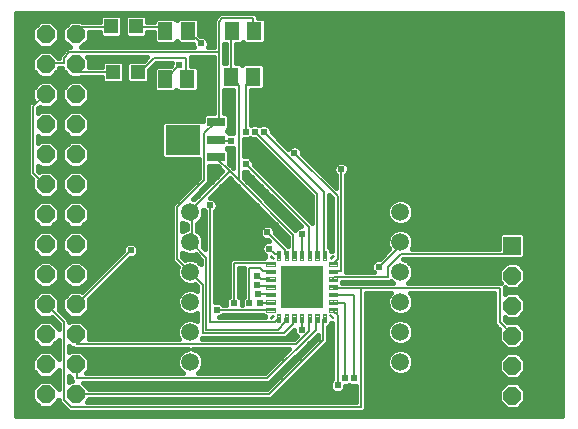
<source format=gtl>
G75*
G70*
%OFA0B0*%
%FSLAX24Y24*%
%IPPOS*%
%LPD*%
%AMOC8*
5,1,8,0,0,1.08239X$1,22.5*
%
%ADD10C,0.0039*%
%ADD11C,0.0017*%
%ADD12R,0.1398X0.1398*%
%ADD13C,0.0594*%
%ADD14R,0.0591X0.0315*%
%ADD15R,0.1181X0.0984*%
%ADD16R,0.0512X0.0591*%
%ADD17OC8,0.0600*%
%ADD18R,0.0472X0.0472*%
%ADD19R,0.0472X0.0591*%
%ADD20R,0.0600X0.0600*%
%ADD21C,0.0060*%
%ADD22C,0.0240*%
%ADD23C,0.0160*%
D10*
X008869Y003933D02*
X009145Y003933D01*
X008869Y003933D02*
X008869Y004051D01*
X009145Y004051D01*
X009145Y003933D01*
X009145Y003971D02*
X008869Y003971D01*
X008869Y004009D02*
X009145Y004009D01*
X009145Y004047D02*
X008869Y004047D01*
X008869Y004189D02*
X009145Y004189D01*
X008869Y004189D02*
X008869Y004307D01*
X009145Y004307D01*
X009145Y004189D01*
X009145Y004227D02*
X008869Y004227D01*
X008869Y004265D02*
X009145Y004265D01*
X009145Y004303D02*
X008869Y004303D01*
X008869Y004445D02*
X009145Y004445D01*
X008869Y004445D02*
X008869Y004563D01*
X009145Y004563D01*
X009145Y004445D01*
X009145Y004483D02*
X008869Y004483D01*
X008869Y004521D02*
X009145Y004521D01*
X009145Y004559D02*
X008869Y004559D01*
X008869Y004700D02*
X009145Y004700D01*
X008869Y004700D02*
X008869Y004818D01*
X009145Y004818D01*
X009145Y004700D01*
X009145Y004738D02*
X008869Y004738D01*
X008869Y004776D02*
X009145Y004776D01*
X009145Y004814D02*
X008869Y004814D01*
X008869Y004956D02*
X009145Y004956D01*
X008869Y004956D02*
X008869Y005074D01*
X009145Y005074D01*
X009145Y004956D01*
X009145Y004994D02*
X008869Y004994D01*
X008869Y005032D02*
X009145Y005032D01*
X009145Y005070D02*
X008869Y005070D01*
X008869Y005212D02*
X009145Y005212D01*
X008869Y005212D02*
X008869Y005330D01*
X009145Y005330D01*
X009145Y005212D01*
X009145Y005250D02*
X008869Y005250D01*
X008869Y005288D02*
X009145Y005288D01*
X009145Y005326D02*
X008869Y005326D01*
X008869Y005468D02*
X009145Y005468D01*
X008869Y005468D02*
X008869Y005586D01*
X009145Y005586D01*
X009145Y005468D01*
X009145Y005506D02*
X008869Y005506D01*
X008869Y005544D02*
X009145Y005544D01*
X009145Y005582D02*
X008869Y005582D01*
X009224Y005665D02*
X009224Y005941D01*
X009342Y005941D01*
X009342Y005665D01*
X009224Y005665D01*
X009224Y005703D02*
X009342Y005703D01*
X009342Y005741D02*
X009224Y005741D01*
X009224Y005779D02*
X009342Y005779D01*
X009342Y005817D02*
X009224Y005817D01*
X009224Y005855D02*
X009342Y005855D01*
X009342Y005893D02*
X009224Y005893D01*
X009224Y005931D02*
X009342Y005931D01*
X009480Y005941D02*
X009480Y005665D01*
X009480Y005941D02*
X009598Y005941D01*
X009598Y005665D01*
X009480Y005665D01*
X009480Y005703D02*
X009598Y005703D01*
X009598Y005741D02*
X009480Y005741D01*
X009480Y005779D02*
X009598Y005779D01*
X009598Y005817D02*
X009480Y005817D01*
X009480Y005855D02*
X009598Y005855D01*
X009598Y005893D02*
X009480Y005893D01*
X009480Y005931D02*
X009598Y005931D01*
X009736Y005941D02*
X009736Y005665D01*
X009736Y005941D02*
X009854Y005941D01*
X009854Y005665D01*
X009736Y005665D01*
X009736Y005703D02*
X009854Y005703D01*
X009854Y005741D02*
X009736Y005741D01*
X009736Y005779D02*
X009854Y005779D01*
X009854Y005817D02*
X009736Y005817D01*
X009736Y005855D02*
X009854Y005855D01*
X009854Y005893D02*
X009736Y005893D01*
X009736Y005931D02*
X009854Y005931D01*
X009992Y005941D02*
X009992Y005665D01*
X009992Y005941D02*
X010110Y005941D01*
X010110Y005665D01*
X009992Y005665D01*
X009992Y005703D02*
X010110Y005703D01*
X010110Y005741D02*
X009992Y005741D01*
X009992Y005779D02*
X010110Y005779D01*
X010110Y005817D02*
X009992Y005817D01*
X009992Y005855D02*
X010110Y005855D01*
X010110Y005893D02*
X009992Y005893D01*
X009992Y005931D02*
X010110Y005931D01*
X010248Y005941D02*
X010248Y005665D01*
X010248Y005941D02*
X010366Y005941D01*
X010366Y005665D01*
X010248Y005665D01*
X010248Y005703D02*
X010366Y005703D01*
X010366Y005741D02*
X010248Y005741D01*
X010248Y005779D02*
X010366Y005779D01*
X010366Y005817D02*
X010248Y005817D01*
X010248Y005855D02*
X010366Y005855D01*
X010366Y005893D02*
X010248Y005893D01*
X010248Y005931D02*
X010366Y005931D01*
X010503Y005941D02*
X010503Y005665D01*
X010503Y005941D02*
X010621Y005941D01*
X010621Y005665D01*
X010503Y005665D01*
X010503Y005703D02*
X010621Y005703D01*
X010621Y005741D02*
X010503Y005741D01*
X010503Y005779D02*
X010621Y005779D01*
X010621Y005817D02*
X010503Y005817D01*
X010503Y005855D02*
X010621Y005855D01*
X010621Y005893D02*
X010503Y005893D01*
X010503Y005931D02*
X010621Y005931D01*
X010759Y005941D02*
X010759Y005665D01*
X010759Y005941D02*
X010877Y005941D01*
X010877Y005665D01*
X010759Y005665D01*
X010759Y005703D02*
X010877Y005703D01*
X010877Y005741D02*
X010759Y005741D01*
X010759Y005779D02*
X010877Y005779D01*
X010877Y005817D02*
X010759Y005817D01*
X010759Y005855D02*
X010877Y005855D01*
X010877Y005893D02*
X010759Y005893D01*
X010759Y005931D02*
X010877Y005931D01*
X010956Y005586D02*
X011232Y005586D01*
X011232Y005468D01*
X010956Y005468D01*
X010956Y005586D01*
X010956Y005506D02*
X011232Y005506D01*
X011232Y005544D02*
X010956Y005544D01*
X010956Y005582D02*
X011232Y005582D01*
X011232Y005330D02*
X010956Y005330D01*
X011232Y005330D02*
X011232Y005212D01*
X010956Y005212D01*
X010956Y005330D01*
X010956Y005250D02*
X011232Y005250D01*
X011232Y005288D02*
X010956Y005288D01*
X010956Y005326D02*
X011232Y005326D01*
X011232Y005074D02*
X010956Y005074D01*
X011232Y005074D02*
X011232Y004956D01*
X010956Y004956D01*
X010956Y005074D01*
X010956Y004994D02*
X011232Y004994D01*
X011232Y005032D02*
X010956Y005032D01*
X010956Y005070D02*
X011232Y005070D01*
X011232Y004818D02*
X010956Y004818D01*
X011232Y004818D02*
X011232Y004700D01*
X010956Y004700D01*
X010956Y004818D01*
X010956Y004738D02*
X011232Y004738D01*
X011232Y004776D02*
X010956Y004776D01*
X010956Y004814D02*
X011232Y004814D01*
X011232Y004563D02*
X010956Y004563D01*
X011232Y004563D02*
X011232Y004445D01*
X010956Y004445D01*
X010956Y004563D01*
X010956Y004483D02*
X011232Y004483D01*
X011232Y004521D02*
X010956Y004521D01*
X010956Y004559D02*
X011232Y004559D01*
X011232Y004307D02*
X010956Y004307D01*
X011232Y004307D02*
X011232Y004189D01*
X010956Y004189D01*
X010956Y004307D01*
X010956Y004227D02*
X011232Y004227D01*
X011232Y004265D02*
X010956Y004265D01*
X010956Y004303D02*
X011232Y004303D01*
X011232Y004051D02*
X010956Y004051D01*
X011232Y004051D02*
X011232Y003933D01*
X010956Y003933D01*
X010956Y004051D01*
X010956Y003971D02*
X011232Y003971D01*
X011232Y004009D02*
X010956Y004009D01*
X010956Y004047D02*
X011232Y004047D01*
X010877Y003854D02*
X010877Y003578D01*
X010759Y003578D01*
X010759Y003854D01*
X010877Y003854D01*
X010877Y003616D02*
X010759Y003616D01*
X010759Y003654D02*
X010877Y003654D01*
X010877Y003692D02*
X010759Y003692D01*
X010759Y003730D02*
X010877Y003730D01*
X010877Y003768D02*
X010759Y003768D01*
X010759Y003806D02*
X010877Y003806D01*
X010877Y003844D02*
X010759Y003844D01*
X010621Y003854D02*
X010621Y003578D01*
X010503Y003578D01*
X010503Y003854D01*
X010621Y003854D01*
X010621Y003616D02*
X010503Y003616D01*
X010503Y003654D02*
X010621Y003654D01*
X010621Y003692D02*
X010503Y003692D01*
X010503Y003730D02*
X010621Y003730D01*
X010621Y003768D02*
X010503Y003768D01*
X010503Y003806D02*
X010621Y003806D01*
X010621Y003844D02*
X010503Y003844D01*
X010366Y003854D02*
X010366Y003578D01*
X010248Y003578D01*
X010248Y003854D01*
X010366Y003854D01*
X010366Y003616D02*
X010248Y003616D01*
X010248Y003654D02*
X010366Y003654D01*
X010366Y003692D02*
X010248Y003692D01*
X010248Y003730D02*
X010366Y003730D01*
X010366Y003768D02*
X010248Y003768D01*
X010248Y003806D02*
X010366Y003806D01*
X010366Y003844D02*
X010248Y003844D01*
X010110Y003854D02*
X010110Y003578D01*
X009992Y003578D01*
X009992Y003854D01*
X010110Y003854D01*
X010110Y003616D02*
X009992Y003616D01*
X009992Y003654D02*
X010110Y003654D01*
X010110Y003692D02*
X009992Y003692D01*
X009992Y003730D02*
X010110Y003730D01*
X010110Y003768D02*
X009992Y003768D01*
X009992Y003806D02*
X010110Y003806D01*
X010110Y003844D02*
X009992Y003844D01*
X009854Y003854D02*
X009854Y003578D01*
X009736Y003578D01*
X009736Y003854D01*
X009854Y003854D01*
X009854Y003616D02*
X009736Y003616D01*
X009736Y003654D02*
X009854Y003654D01*
X009854Y003692D02*
X009736Y003692D01*
X009736Y003730D02*
X009854Y003730D01*
X009854Y003768D02*
X009736Y003768D01*
X009736Y003806D02*
X009854Y003806D01*
X009854Y003844D02*
X009736Y003844D01*
X009598Y003854D02*
X009598Y003578D01*
X009480Y003578D01*
X009480Y003854D01*
X009598Y003854D01*
X009598Y003616D02*
X009480Y003616D01*
X009480Y003654D02*
X009598Y003654D01*
X009598Y003692D02*
X009480Y003692D01*
X009480Y003730D02*
X009598Y003730D01*
X009598Y003768D02*
X009480Y003768D01*
X009480Y003806D02*
X009598Y003806D01*
X009598Y003844D02*
X009480Y003844D01*
X009342Y003854D02*
X009342Y003578D01*
X009224Y003578D01*
X009224Y003854D01*
X009342Y003854D01*
X009342Y003616D02*
X009224Y003616D01*
X009224Y003654D02*
X009342Y003654D01*
X009342Y003692D02*
X009224Y003692D01*
X009224Y003730D02*
X009342Y003730D01*
X009342Y003768D02*
X009224Y003768D01*
X009224Y003806D02*
X009342Y003806D01*
X009342Y003844D02*
X009224Y003844D01*
D11*
X009124Y003796D02*
X009088Y003832D01*
X009124Y003796D02*
X009026Y003698D01*
X008990Y003734D01*
X009088Y003832D01*
X009042Y003714D02*
X009010Y003714D01*
X008994Y003730D02*
X009058Y003730D01*
X009074Y003746D02*
X009002Y003746D01*
X009018Y003762D02*
X009090Y003762D01*
X009106Y003778D02*
X009034Y003778D01*
X009050Y003794D02*
X009122Y003794D01*
X009110Y003810D02*
X009066Y003810D01*
X009082Y003826D02*
X009094Y003826D01*
X010968Y003806D02*
X011004Y003842D01*
X011102Y003744D01*
X011066Y003708D01*
X010968Y003806D01*
X011050Y003724D02*
X011082Y003724D01*
X011098Y003740D02*
X011034Y003740D01*
X011018Y003756D02*
X011090Y003756D01*
X011074Y003772D02*
X011002Y003772D01*
X010986Y003788D02*
X011058Y003788D01*
X011042Y003804D02*
X010970Y003804D01*
X010982Y003820D02*
X011026Y003820D01*
X011010Y003836D02*
X010998Y003836D01*
X011014Y005687D02*
X010978Y005723D01*
X011076Y005821D01*
X011112Y005785D01*
X011014Y005687D01*
X011030Y005703D02*
X010998Y005703D01*
X010982Y005719D02*
X011046Y005719D01*
X011062Y005735D02*
X010990Y005735D01*
X011006Y005751D02*
X011078Y005751D01*
X011094Y005767D02*
X011022Y005767D01*
X011038Y005783D02*
X011110Y005783D01*
X011098Y005799D02*
X011054Y005799D01*
X011070Y005815D02*
X011082Y005815D01*
X009124Y005723D02*
X009088Y005687D01*
X008990Y005785D01*
X009026Y005821D01*
X009124Y005723D01*
X009104Y005703D02*
X009072Y005703D01*
X009056Y005719D02*
X009120Y005719D01*
X009112Y005735D02*
X009040Y005735D01*
X009024Y005751D02*
X009096Y005751D01*
X009080Y005767D02*
X009008Y005767D01*
X008992Y005783D02*
X009064Y005783D01*
X009048Y005799D02*
X009004Y005799D01*
X009020Y005815D02*
X009032Y005815D01*
D12*
X010051Y004759D03*
D13*
X013341Y005250D03*
X013341Y004250D03*
X013341Y003250D03*
X013341Y002250D03*
X013341Y006250D03*
X013341Y007250D03*
X006341Y007250D03*
X006341Y006250D03*
X006341Y005250D03*
X006341Y004250D03*
X006341Y003250D03*
X006341Y002250D03*
D14*
X007197Y009072D03*
X007197Y009663D03*
X007197Y010253D03*
D15*
X006094Y009663D03*
D16*
X007691Y011768D03*
X008439Y011768D03*
X008468Y013290D03*
X007720Y013290D03*
D17*
X002517Y013174D03*
X001517Y013174D03*
X001517Y012174D03*
X002517Y012174D03*
X002517Y011174D03*
X001517Y011174D03*
X001517Y010174D03*
X002517Y010174D03*
X002517Y009174D03*
X002517Y008174D03*
X001517Y008174D03*
X001517Y009174D03*
X001517Y007174D03*
X002517Y007174D03*
X002517Y006174D03*
X001517Y006174D03*
X001517Y005174D03*
X002517Y005174D03*
X002517Y004174D03*
X001517Y004174D03*
X001517Y003174D03*
X002517Y003174D03*
X002517Y002174D03*
X001517Y002174D03*
X001517Y001174D03*
X002517Y001174D03*
X017066Y001134D03*
X017066Y002134D03*
X017066Y003134D03*
X017066Y004134D03*
X017066Y005134D03*
D18*
X004586Y011914D03*
X003760Y011914D03*
X003700Y013444D03*
X004526Y013444D03*
D19*
X005508Y013294D03*
X006258Y013294D03*
X006243Y011678D03*
X005493Y011678D03*
D20*
X017066Y006134D03*
D21*
X017066Y005854D01*
X013346Y005854D01*
X012926Y005434D01*
X012926Y005074D01*
X011126Y005074D01*
X011094Y005015D01*
X011094Y004759D02*
X011126Y004714D01*
X012026Y004714D01*
X012026Y000754D01*
X002366Y000754D01*
X002126Y000994D01*
X002126Y003574D01*
X001526Y004174D01*
X001517Y004174D01*
X002517Y004174D02*
X002546Y004174D01*
X004346Y005974D01*
X005906Y005674D02*
X006326Y005254D01*
X006341Y005250D01*
X006386Y005194D01*
X006746Y004834D01*
X006746Y003214D01*
X009446Y003214D01*
X009746Y003514D01*
X009746Y003694D01*
X009795Y003716D01*
X010046Y003694D02*
X010051Y003716D01*
X010046Y003694D02*
X010046Y003334D01*
X010286Y003274D02*
X009866Y002854D01*
X002546Y002854D01*
X002546Y003154D01*
X002517Y003174D01*
X002517Y002174D02*
X002546Y002134D01*
X002546Y001714D01*
X008906Y001714D01*
X010526Y003334D01*
X010526Y003694D01*
X010562Y003716D01*
X010766Y003694D02*
X010818Y003716D01*
X010766Y003694D02*
X010766Y002974D01*
X008966Y001174D01*
X002517Y001174D01*
X006866Y003334D02*
X006866Y005734D01*
X006386Y006214D01*
X006341Y006250D01*
X006386Y006274D01*
X006386Y007234D01*
X006341Y007250D01*
X006386Y007294D01*
X006386Y007354D01*
X007646Y008614D01*
X007946Y008314D01*
X007946Y011494D01*
X007706Y011734D01*
X007691Y011768D01*
X007706Y011794D01*
X007706Y013234D01*
X007720Y013290D01*
X007406Y013714D02*
X007286Y013594D01*
X007286Y012574D01*
X002306Y012574D01*
X002126Y012394D01*
X002126Y012214D01*
X001526Y012214D01*
X001517Y012174D01*
X002517Y012174D02*
X002546Y012154D01*
X002546Y011914D01*
X003760Y011914D01*
X004586Y011914D02*
X004646Y011914D01*
X005126Y012394D01*
X006206Y012394D01*
X006206Y011734D01*
X006243Y011678D01*
X005966Y012154D02*
X005546Y011734D01*
X005493Y011678D01*
X006686Y012874D02*
X006266Y013294D01*
X006258Y013294D01*
X005508Y013294D02*
X005486Y013294D01*
X005486Y013414D01*
X004586Y013414D01*
X004526Y013444D01*
X003700Y013444D02*
X003686Y013414D01*
X002546Y013414D01*
X002546Y013174D01*
X002517Y013174D01*
X001517Y011174D02*
X001466Y011134D01*
X001106Y010774D01*
X001106Y008554D01*
X001466Y008194D01*
X001517Y008174D01*
X005906Y007414D02*
X005906Y005674D01*
X007796Y005554D02*
X007796Y004234D01*
X008306Y004234D02*
X008306Y005374D01*
X008666Y005374D01*
X008756Y005284D01*
X008996Y005284D01*
X009007Y005271D01*
X009007Y005015D02*
X008996Y005014D01*
X008696Y005014D01*
X008576Y005134D01*
X008576Y004834D02*
X008576Y004774D01*
X008966Y004774D01*
X009007Y004759D01*
X008966Y004534D02*
X009007Y004504D01*
X008966Y004534D02*
X008606Y004534D01*
X008666Y004234D02*
X008966Y004234D01*
X009007Y004248D01*
X009007Y003992D02*
X008966Y003994D01*
X007226Y003994D01*
X006986Y003574D02*
X006986Y007474D01*
X006806Y008314D02*
X005906Y007414D01*
X006806Y008314D02*
X006806Y009874D01*
X007166Y010234D01*
X007197Y010253D01*
X007226Y010294D01*
X007286Y010354D01*
X007286Y012574D01*
X008426Y013294D02*
X008468Y013290D01*
X008426Y013294D02*
X008426Y013714D01*
X007406Y013714D01*
X008439Y011768D02*
X008426Y011734D01*
X008186Y011494D01*
X008186Y009934D01*
X008486Y009934D02*
X010556Y007864D01*
X010556Y005854D01*
X010562Y005803D01*
X010796Y005854D02*
X010818Y005803D01*
X010796Y005854D02*
X010796Y007924D01*
X008786Y009934D01*
X007706Y009634D02*
X007226Y009634D01*
X007197Y009663D01*
X007197Y009072D02*
X007226Y009034D01*
X007646Y008614D01*
X007946Y008314D02*
X009776Y006484D01*
X009776Y005854D01*
X009795Y005803D01*
X010046Y005854D02*
X010051Y005803D01*
X010046Y005854D02*
X010046Y006514D01*
X010286Y006754D02*
X008186Y008854D01*
X009806Y009214D02*
X011246Y007774D01*
X011246Y005674D01*
X011126Y005554D01*
X011094Y005527D01*
X011126Y005284D02*
X011094Y005271D01*
X011126Y005284D02*
X011366Y005284D01*
X011366Y008674D01*
X010286Y006754D02*
X010286Y005854D01*
X010307Y005803D01*
X009539Y005803D02*
X009506Y005854D01*
X009506Y005974D01*
X008906Y006574D01*
X008966Y006034D02*
X009146Y005854D01*
X009266Y005854D01*
X009283Y005803D01*
X009007Y005527D02*
X008966Y005554D01*
X007796Y005554D01*
X009283Y003716D02*
X009266Y003694D01*
X009146Y003574D01*
X006986Y003574D01*
X006866Y003334D02*
X009266Y003334D01*
X009506Y003574D01*
X009506Y003694D01*
X009539Y003716D01*
X010286Y003694D02*
X010286Y003274D01*
X010286Y003694D02*
X010307Y003716D01*
X011094Y003992D02*
X011126Y003934D01*
X011246Y003814D01*
X011246Y001474D01*
X011486Y001714D02*
X011486Y004234D01*
X011126Y004234D01*
X011094Y004248D01*
X011126Y004474D02*
X011094Y004504D01*
X011126Y004474D02*
X011786Y004474D01*
X011786Y001714D01*
X012026Y004714D02*
X016646Y004714D01*
X016646Y003574D01*
X017066Y003154D01*
X017066Y003134D01*
X013286Y006094D02*
X013286Y006214D01*
X013341Y006250D01*
X013286Y006094D02*
X012626Y005434D01*
D22*
X012626Y005434D03*
X010046Y006514D03*
X008906Y006574D03*
X008966Y006034D03*
X008576Y005134D03*
X008576Y004834D03*
X008606Y004534D03*
X008666Y004234D03*
X008306Y004234D03*
X007796Y004234D03*
X007226Y003994D03*
X010046Y003334D03*
X011486Y001714D03*
X011246Y001474D03*
X011786Y001714D03*
X004346Y005974D03*
X006986Y007474D03*
X008186Y008854D03*
X007706Y009634D03*
X008186Y009934D03*
X008486Y009934D03*
X008786Y009934D03*
X009806Y009214D03*
X011366Y008674D03*
X005966Y012154D03*
X006686Y012874D03*
D23*
X000533Y013896D02*
X000533Y000440D01*
X018714Y000440D01*
X018714Y013896D01*
X000533Y013896D01*
X000533Y013811D02*
X003396Y013811D01*
X003405Y013821D02*
X003323Y013739D01*
X003323Y013584D01*
X002729Y013584D01*
X002699Y013614D01*
X002334Y013614D01*
X002077Y013357D01*
X002077Y012992D01*
X002324Y012744D01*
X002235Y012744D01*
X002136Y012645D01*
X002055Y012564D01*
X001956Y012465D01*
X001956Y012384D01*
X001929Y012384D01*
X001699Y012614D01*
X001334Y012614D01*
X001077Y012357D01*
X001077Y011992D01*
X001334Y011734D01*
X001699Y011734D01*
X001957Y011992D01*
X001957Y012044D01*
X002077Y012044D01*
X002077Y011992D01*
X002334Y011734D01*
X002699Y011734D01*
X002709Y011744D01*
X003383Y011744D01*
X003383Y011620D01*
X003465Y011538D01*
X004054Y011538D01*
X004136Y011620D01*
X004136Y012209D01*
X004054Y012291D01*
X003465Y012291D01*
X003383Y012209D01*
X003383Y012084D01*
X002957Y012084D01*
X002957Y012357D01*
X002909Y012404D01*
X004895Y012404D01*
X004781Y012291D01*
X004292Y012291D01*
X004210Y012209D01*
X004210Y011620D01*
X004292Y011538D01*
X004881Y011538D01*
X004963Y011620D01*
X004963Y011991D01*
X005196Y012224D01*
X005713Y012224D01*
X005706Y012206D01*
X005706Y012135D01*
X005684Y012113D01*
X005199Y012113D01*
X005117Y012031D01*
X005117Y011325D01*
X005199Y011243D01*
X005787Y011243D01*
X005868Y011324D01*
X005949Y011243D01*
X006537Y011243D01*
X006619Y011325D01*
X006619Y012031D01*
X006537Y012113D01*
X006376Y012113D01*
X006376Y012404D01*
X007116Y012404D01*
X007116Y010551D01*
X006843Y010551D01*
X006761Y010469D01*
X006761Y010276D01*
X006743Y010295D01*
X005446Y010295D01*
X005364Y010213D01*
X005364Y009112D01*
X005446Y009030D01*
X006636Y009030D01*
X006636Y008385D01*
X005835Y007584D01*
X005736Y007485D01*
X005736Y005604D01*
X005933Y005407D01*
X005904Y005337D01*
X005904Y005163D01*
X005970Y005003D01*
X006093Y004880D01*
X006254Y004813D01*
X006427Y004813D01*
X006497Y004842D01*
X006576Y004764D01*
X006576Y004626D01*
X006427Y004687D01*
X006254Y004687D01*
X006093Y004620D01*
X005970Y004497D01*
X005904Y004337D01*
X005904Y004163D01*
X005970Y004003D01*
X006093Y003880D01*
X006254Y003813D01*
X006427Y003813D01*
X006576Y003874D01*
X006576Y003626D01*
X006427Y003687D01*
X006254Y003687D01*
X006093Y003620D01*
X005970Y003497D01*
X005904Y003337D01*
X005904Y003163D01*
X005961Y003024D01*
X002957Y003024D01*
X002957Y003357D01*
X002699Y003614D01*
X002334Y003614D01*
X002296Y003576D01*
X002296Y003645D01*
X002196Y003744D01*
X001952Y003988D01*
X001957Y003992D01*
X001957Y004357D01*
X001699Y004614D01*
X001334Y004614D01*
X001077Y004357D01*
X001077Y003992D01*
X001334Y003734D01*
X001699Y003734D01*
X001712Y003748D01*
X001956Y003504D01*
X001956Y003358D01*
X001699Y003614D01*
X001334Y003614D01*
X001077Y003357D01*
X001077Y002992D01*
X001334Y002734D01*
X001699Y002734D01*
X001956Y002991D01*
X001956Y002358D01*
X001699Y002614D01*
X001334Y002614D01*
X001077Y002357D01*
X001077Y001992D01*
X001334Y001734D01*
X001699Y001734D01*
X001956Y001991D01*
X001956Y001358D01*
X001699Y001614D01*
X001334Y001614D01*
X001077Y001357D01*
X001077Y000992D01*
X001334Y000734D01*
X001699Y000734D01*
X001956Y000991D01*
X001956Y000924D01*
X002196Y000684D01*
X002295Y000584D01*
X012096Y000584D01*
X012196Y000684D01*
X012196Y004544D01*
X013017Y004544D01*
X012970Y004497D01*
X012904Y004337D01*
X012904Y004163D01*
X012970Y004003D01*
X013093Y003880D01*
X013254Y003813D01*
X013427Y003813D01*
X013588Y003880D01*
X013711Y004003D01*
X013777Y004163D01*
X013777Y004337D01*
X013711Y004497D01*
X013664Y004544D01*
X016476Y004544D01*
X016476Y003504D01*
X016644Y003335D01*
X016626Y003317D01*
X016626Y002952D01*
X016883Y002694D01*
X017248Y002694D01*
X017506Y002952D01*
X017506Y003317D01*
X017248Y003574D01*
X016886Y003574D01*
X016816Y003645D01*
X016816Y003762D01*
X016883Y003694D01*
X017248Y003694D01*
X017506Y003952D01*
X017506Y004317D01*
X017248Y004574D01*
X016883Y004574D01*
X016816Y004507D01*
X016816Y004762D01*
X016883Y004694D01*
X017248Y004694D01*
X017506Y004952D01*
X017506Y005317D01*
X017248Y005574D01*
X016883Y005574D01*
X016626Y005317D01*
X016626Y004952D01*
X016693Y004884D01*
X013593Y004884D01*
X013711Y005003D01*
X013777Y005163D01*
X013777Y005337D01*
X013711Y005497D01*
X013588Y005620D01*
X013433Y005684D01*
X017136Y005684D01*
X017146Y005694D01*
X017424Y005694D01*
X017506Y005776D01*
X017506Y006492D01*
X017424Y006574D01*
X016708Y006574D01*
X016626Y006492D01*
X016626Y006024D01*
X013720Y006024D01*
X013777Y006163D01*
X013777Y006337D01*
X013711Y006497D01*
X013588Y006620D01*
X013427Y006687D01*
X013254Y006687D01*
X013093Y006620D01*
X012970Y006497D01*
X012904Y006337D01*
X012904Y006163D01*
X012965Y006015D01*
X012645Y005694D01*
X012574Y005694D01*
X012478Y005655D01*
X012405Y005582D01*
X012366Y005486D01*
X012366Y005383D01*
X012405Y005287D01*
X012448Y005244D01*
X011536Y005244D01*
X011536Y008477D01*
X011586Y008527D01*
X011626Y008623D01*
X011626Y008726D01*
X011586Y008822D01*
X011513Y008895D01*
X011417Y008934D01*
X011314Y008934D01*
X011218Y008895D01*
X011145Y008822D01*
X011106Y008726D01*
X011106Y008623D01*
X011145Y008527D01*
X011196Y008477D01*
X011196Y008065D01*
X010066Y009195D01*
X010066Y009266D01*
X010026Y009362D01*
X009953Y009435D01*
X009857Y009474D01*
X009754Y009474D01*
X009658Y009435D01*
X009592Y009369D01*
X009046Y009915D01*
X009046Y009986D01*
X009006Y010082D01*
X008933Y010155D01*
X008837Y010194D01*
X008734Y010194D01*
X008638Y010155D01*
X008636Y010152D01*
X008633Y010155D01*
X008537Y010194D01*
X008434Y010194D01*
X008356Y010162D01*
X008356Y011333D01*
X008753Y011333D01*
X008835Y011415D01*
X008835Y012121D01*
X008753Y012203D01*
X008125Y012203D01*
X008065Y012143D01*
X008005Y012203D01*
X007876Y012203D01*
X007876Y012855D01*
X008034Y012855D01*
X008094Y012915D01*
X008154Y012855D01*
X008782Y012855D01*
X008864Y012937D01*
X008864Y013644D01*
X008782Y013726D01*
X008596Y013726D01*
X008596Y013785D01*
X008496Y013884D01*
X007335Y013884D01*
X007236Y013785D01*
X007116Y013665D01*
X007116Y012744D01*
X006913Y012744D01*
X006946Y012823D01*
X006946Y012926D01*
X006906Y013022D01*
X006833Y013095D01*
X006737Y013134D01*
X006666Y013134D01*
X006634Y013166D01*
X006634Y013648D01*
X006552Y013730D01*
X005964Y013730D01*
X005883Y013649D01*
X005802Y013730D01*
X005214Y013730D01*
X005132Y013648D01*
X005132Y013584D01*
X004903Y013584D01*
X004903Y013739D01*
X004821Y013821D01*
X004232Y013821D01*
X004150Y013739D01*
X004150Y013150D01*
X004232Y013068D01*
X004821Y013068D01*
X004903Y013150D01*
X004903Y013244D01*
X005132Y013244D01*
X005132Y012941D01*
X005214Y012859D01*
X005802Y012859D01*
X005883Y012940D01*
X005964Y012859D01*
X006426Y012859D01*
X006426Y012823D01*
X006458Y012744D01*
X002709Y012744D01*
X002957Y012992D01*
X002957Y013244D01*
X003323Y013244D01*
X003323Y013150D01*
X003405Y013068D01*
X003994Y013068D01*
X004076Y013150D01*
X004076Y013739D01*
X003994Y013821D01*
X003405Y013821D01*
X003323Y013653D02*
X000533Y013653D01*
X000533Y013494D02*
X001214Y013494D01*
X001334Y013614D02*
X001077Y013357D01*
X001077Y012992D01*
X001334Y012734D01*
X001699Y012734D01*
X001957Y012992D01*
X001957Y013357D01*
X001699Y013614D01*
X001334Y013614D01*
X001077Y013336D02*
X000533Y013336D01*
X000533Y013177D02*
X001077Y013177D01*
X001077Y013019D02*
X000533Y013019D01*
X000533Y012860D02*
X001209Y012860D01*
X001263Y012543D02*
X000533Y012543D01*
X000533Y012385D02*
X001104Y012385D01*
X001077Y012226D02*
X000533Y012226D01*
X000533Y012068D02*
X001077Y012068D01*
X001160Y011909D02*
X000533Y011909D01*
X000533Y011751D02*
X001318Y011751D01*
X001334Y011614D02*
X001077Y011357D01*
X001077Y010992D01*
X001080Y010989D01*
X000936Y010845D01*
X000936Y008484D01*
X001035Y008384D01*
X001077Y008343D01*
X001077Y007992D01*
X001334Y007734D01*
X001699Y007734D01*
X001957Y007992D01*
X001957Y008357D01*
X001699Y008614D01*
X001334Y008614D01*
X001310Y008590D01*
X001276Y008625D01*
X001276Y008793D01*
X001334Y008734D01*
X001699Y008734D01*
X001957Y008992D01*
X001957Y009357D01*
X001699Y009614D01*
X001334Y009614D01*
X001276Y009556D01*
X001276Y009793D01*
X001334Y009734D01*
X001699Y009734D01*
X001957Y009992D01*
X001957Y010357D01*
X001699Y010614D01*
X001334Y010614D01*
X001276Y010556D01*
X001276Y010704D01*
X001320Y010749D01*
X001334Y010734D01*
X001699Y010734D01*
X001957Y010992D01*
X001957Y011357D01*
X001699Y011614D01*
X001334Y011614D01*
X001312Y011592D02*
X000533Y011592D01*
X000533Y011434D02*
X001153Y011434D01*
X001077Y011275D02*
X000533Y011275D01*
X000533Y011117D02*
X001077Y011117D01*
X001049Y010958D02*
X000533Y010958D01*
X000533Y010800D02*
X000936Y010800D01*
X000936Y010641D02*
X000533Y010641D01*
X000533Y010483D02*
X000936Y010483D01*
X000936Y010324D02*
X000533Y010324D01*
X000533Y010166D02*
X000936Y010166D01*
X000936Y010007D02*
X000533Y010007D01*
X000533Y009849D02*
X000936Y009849D01*
X000936Y009690D02*
X000533Y009690D01*
X000533Y009532D02*
X000936Y009532D01*
X000936Y009373D02*
X000533Y009373D01*
X000533Y009215D02*
X000936Y009215D01*
X000936Y009056D02*
X000533Y009056D01*
X000533Y008898D02*
X000936Y008898D01*
X000936Y008739D02*
X000533Y008739D01*
X000533Y008581D02*
X000936Y008581D01*
X000998Y008422D02*
X000533Y008422D01*
X000533Y008264D02*
X001077Y008264D01*
X001077Y008105D02*
X000533Y008105D01*
X000533Y007947D02*
X001122Y007947D01*
X001281Y007788D02*
X000533Y007788D01*
X000533Y007630D02*
X005880Y007630D01*
X005736Y007471D02*
X002842Y007471D01*
X002957Y007357D02*
X002699Y007614D01*
X002334Y007614D01*
X002077Y007357D01*
X002077Y006992D01*
X002334Y006734D01*
X002699Y006734D01*
X002957Y006992D01*
X002957Y007357D01*
X002957Y007313D02*
X005736Y007313D01*
X005736Y007154D02*
X002957Y007154D01*
X002957Y006996D02*
X005736Y006996D01*
X005736Y006837D02*
X002801Y006837D01*
X002699Y006614D02*
X002334Y006614D01*
X002077Y006357D01*
X002077Y005992D01*
X002334Y005734D01*
X002699Y005734D01*
X002957Y005992D01*
X002957Y006357D01*
X002699Y006614D01*
X002793Y006520D02*
X005736Y006520D01*
X005736Y006362D02*
X002952Y006362D01*
X002957Y006203D02*
X004218Y006203D01*
X004198Y006195D02*
X004294Y006234D01*
X004397Y006234D01*
X004493Y006195D01*
X004566Y006122D01*
X004606Y006026D01*
X004606Y005923D01*
X004566Y005827D01*
X004493Y005754D01*
X004397Y005714D01*
X004326Y005714D01*
X002957Y004345D01*
X002957Y003992D01*
X002699Y003734D01*
X002334Y003734D01*
X002077Y003992D01*
X002077Y004357D01*
X002334Y004614D01*
X002699Y004614D01*
X002722Y004591D01*
X004086Y005955D01*
X004086Y006026D01*
X004125Y006122D01*
X004198Y006195D01*
X004093Y006045D02*
X002957Y006045D01*
X002850Y005886D02*
X004017Y005886D01*
X003858Y005728D02*
X000533Y005728D01*
X000533Y005569D02*
X001289Y005569D01*
X001334Y005614D02*
X001077Y005357D01*
X001077Y004992D01*
X001334Y004734D01*
X001699Y004734D01*
X001957Y004992D01*
X001957Y005357D01*
X001699Y005614D01*
X001334Y005614D01*
X001334Y005734D02*
X001699Y005734D01*
X001957Y005992D01*
X001957Y006357D01*
X001699Y006614D01*
X001334Y006614D01*
X001077Y006357D01*
X001077Y005992D01*
X001334Y005734D01*
X001183Y005886D02*
X000533Y005886D01*
X000533Y006045D02*
X001077Y006045D01*
X001077Y006203D02*
X000533Y006203D01*
X000533Y006362D02*
X001081Y006362D01*
X001240Y006520D02*
X000533Y006520D01*
X000533Y006679D02*
X005736Y006679D01*
X006076Y006679D02*
X006216Y006679D01*
X006216Y006671D02*
X006093Y006620D01*
X006076Y006603D01*
X006076Y006897D01*
X006093Y006880D01*
X006216Y006829D01*
X006216Y006671D01*
X006196Y006837D02*
X006076Y006837D01*
X006556Y006837D02*
X006816Y006837D01*
X006816Y006679D02*
X006556Y006679D01*
X006556Y006634D02*
X006556Y006866D01*
X006588Y006880D01*
X006711Y007003D01*
X006777Y007163D01*
X006777Y007315D01*
X006816Y007277D01*
X006816Y006025D01*
X006748Y006092D01*
X006777Y006163D01*
X006777Y006337D01*
X006711Y006497D01*
X006588Y006620D01*
X006556Y006634D01*
X006688Y006520D02*
X006816Y006520D01*
X006816Y006362D02*
X006767Y006362D01*
X006777Y006203D02*
X006816Y006203D01*
X006816Y006045D02*
X006796Y006045D01*
X006512Y005848D02*
X006696Y005664D01*
X006696Y005513D01*
X006588Y005620D01*
X006427Y005687D01*
X006254Y005687D01*
X006169Y005652D01*
X006076Y005745D01*
X006076Y005897D01*
X006093Y005880D01*
X006254Y005813D01*
X006427Y005813D01*
X006512Y005848D01*
X006632Y005728D02*
X006093Y005728D01*
X005771Y005569D02*
X004180Y005569D01*
X004022Y005411D02*
X005929Y005411D01*
X005904Y005252D02*
X003863Y005252D01*
X003705Y005094D02*
X005933Y005094D01*
X006038Y004935D02*
X003546Y004935D01*
X003388Y004777D02*
X006563Y004777D01*
X006091Y004618D02*
X003229Y004618D01*
X003071Y004460D02*
X005955Y004460D01*
X005904Y004301D02*
X002957Y004301D01*
X002957Y004143D02*
X005912Y004143D01*
X005989Y003984D02*
X002948Y003984D01*
X002790Y003826D02*
X006224Y003826D01*
X006206Y003667D02*
X002273Y003667D01*
X002243Y003826D02*
X002115Y003826D01*
X002085Y003984D02*
X001956Y003984D01*
X001957Y004143D02*
X002077Y004143D01*
X002077Y004301D02*
X001957Y004301D01*
X001854Y004460D02*
X002179Y004460D01*
X002334Y004734D02*
X002699Y004734D01*
X002957Y004992D01*
X002957Y005357D01*
X002699Y005614D01*
X002334Y005614D01*
X002077Y005357D01*
X002077Y004992D01*
X002334Y004734D01*
X002292Y004777D02*
X001741Y004777D01*
X001899Y004935D02*
X002134Y004935D01*
X002077Y005094D02*
X001957Y005094D01*
X001957Y005252D02*
X002077Y005252D01*
X002130Y005411D02*
X001903Y005411D01*
X001744Y005569D02*
X002289Y005569D01*
X002183Y005886D02*
X001850Y005886D01*
X001957Y006045D02*
X002077Y006045D01*
X002077Y006203D02*
X001957Y006203D01*
X001952Y006362D02*
X002081Y006362D01*
X002240Y006520D02*
X001793Y006520D01*
X001699Y006734D02*
X001957Y006992D01*
X001957Y007357D01*
X001699Y007614D01*
X001334Y007614D01*
X001077Y007357D01*
X001077Y006992D01*
X001334Y006734D01*
X001699Y006734D01*
X001801Y006837D02*
X002232Y006837D01*
X002077Y006996D02*
X001957Y006996D01*
X001957Y007154D02*
X002077Y007154D01*
X002077Y007313D02*
X001957Y007313D01*
X001842Y007471D02*
X002191Y007471D01*
X002334Y007734D02*
X002699Y007734D01*
X002957Y007992D01*
X002957Y008357D01*
X002699Y008614D01*
X002334Y008614D01*
X002077Y008357D01*
X002077Y007992D01*
X002334Y007734D01*
X002281Y007788D02*
X001752Y007788D01*
X001911Y007947D02*
X002122Y007947D01*
X002077Y008105D02*
X001957Y008105D01*
X001957Y008264D02*
X002077Y008264D01*
X002142Y008422D02*
X001891Y008422D01*
X001733Y008581D02*
X002300Y008581D01*
X002334Y008734D02*
X002699Y008734D01*
X002957Y008992D01*
X002957Y009357D01*
X002699Y009614D01*
X002334Y009614D01*
X002077Y009357D01*
X002077Y008992D01*
X002334Y008734D01*
X002330Y008739D02*
X001703Y008739D01*
X001862Y008898D02*
X002171Y008898D01*
X002077Y009056D02*
X001957Y009056D01*
X001957Y009215D02*
X002077Y009215D01*
X002093Y009373D02*
X001940Y009373D01*
X001782Y009532D02*
X002251Y009532D01*
X002334Y009734D02*
X002699Y009734D01*
X002957Y009992D01*
X002957Y010357D01*
X002699Y010614D01*
X002334Y010614D01*
X002077Y010357D01*
X002077Y009992D01*
X002334Y009734D01*
X002220Y009849D02*
X001813Y009849D01*
X001957Y010007D02*
X002077Y010007D01*
X002077Y010166D02*
X001957Y010166D01*
X001957Y010324D02*
X002077Y010324D01*
X002202Y010483D02*
X001831Y010483D01*
X001764Y010800D02*
X002269Y010800D01*
X002334Y010734D02*
X002077Y010992D01*
X002077Y011357D01*
X002334Y011614D01*
X002699Y011614D01*
X002957Y011357D01*
X002957Y010992D01*
X002699Y010734D01*
X002334Y010734D01*
X002111Y010958D02*
X001922Y010958D01*
X001957Y011117D02*
X002077Y011117D01*
X002077Y011275D02*
X001957Y011275D01*
X001880Y011434D02*
X002153Y011434D01*
X002312Y011592D02*
X001721Y011592D01*
X001715Y011751D02*
X002318Y011751D01*
X002160Y011909D02*
X001873Y011909D01*
X001929Y012385D02*
X001956Y012385D01*
X002034Y012543D02*
X001770Y012543D01*
X002055Y012564D02*
X002055Y012564D01*
X002136Y012645D02*
X002136Y012645D01*
X002192Y012702D02*
X000533Y012702D01*
X001824Y012860D02*
X002209Y012860D01*
X002077Y013019D02*
X001957Y013019D01*
X001957Y013177D02*
X002077Y013177D01*
X002077Y013336D02*
X001957Y013336D01*
X001819Y013494D02*
X002214Y013494D01*
X002957Y013177D02*
X003323Y013177D01*
X002957Y013019D02*
X005132Y013019D01*
X005132Y013177D02*
X004903Y013177D01*
X005213Y012860D02*
X002824Y012860D01*
X002929Y012385D02*
X004875Y012385D01*
X005039Y012068D02*
X005153Y012068D01*
X005117Y011909D02*
X004963Y011909D01*
X004963Y011751D02*
X005117Y011751D01*
X005117Y011592D02*
X004934Y011592D01*
X005117Y011434D02*
X002880Y011434D01*
X002957Y011275D02*
X005167Y011275D01*
X005819Y011275D02*
X005917Y011275D01*
X006569Y011275D02*
X007116Y011275D01*
X007116Y011117D02*
X002957Y011117D01*
X002922Y010958D02*
X007116Y010958D01*
X007116Y010800D02*
X002764Y010800D01*
X002831Y010483D02*
X006775Y010483D01*
X006761Y010324D02*
X002957Y010324D01*
X002957Y010166D02*
X005364Y010166D01*
X005364Y010007D02*
X002957Y010007D01*
X002813Y009849D02*
X005364Y009849D01*
X005364Y009690D02*
X001276Y009690D01*
X001276Y008739D02*
X001330Y008739D01*
X001191Y007471D02*
X000533Y007471D01*
X000533Y007313D02*
X001077Y007313D01*
X001077Y007154D02*
X000533Y007154D01*
X000533Y006996D02*
X001077Y006996D01*
X001232Y006837D02*
X000533Y006837D01*
X000533Y005411D02*
X001130Y005411D01*
X001077Y005252D02*
X000533Y005252D01*
X000533Y005094D02*
X001077Y005094D01*
X001134Y004935D02*
X000533Y004935D01*
X000533Y004777D02*
X001292Y004777D01*
X001179Y004460D02*
X000533Y004460D01*
X000533Y004618D02*
X002749Y004618D01*
X002741Y004777D02*
X002907Y004777D01*
X002899Y004935D02*
X003066Y004935D01*
X002957Y005094D02*
X003224Y005094D01*
X003383Y005252D02*
X002957Y005252D01*
X002903Y005411D02*
X003541Y005411D01*
X003700Y005569D02*
X002744Y005569D01*
X004429Y005728D02*
X005736Y005728D01*
X005736Y005886D02*
X004590Y005886D01*
X004598Y006045D02*
X005736Y006045D01*
X005736Y006203D02*
X004473Y006203D01*
X006076Y005886D02*
X006087Y005886D01*
X006639Y005569D02*
X006696Y005569D01*
X007156Y005569D02*
X007626Y005569D01*
X007626Y005625D02*
X007626Y004432D01*
X007575Y004382D01*
X007536Y004286D01*
X007536Y004183D01*
X007543Y004164D01*
X007423Y004164D01*
X007373Y004215D01*
X007277Y004254D01*
X007174Y004254D01*
X007156Y004247D01*
X007156Y007277D01*
X007206Y007327D01*
X007246Y007423D01*
X007246Y007526D01*
X007206Y007622D01*
X007133Y007695D01*
X007037Y007734D01*
X007006Y007734D01*
X007646Y008374D01*
X007776Y008244D01*
X007875Y008144D01*
X009606Y006414D01*
X009606Y006115D01*
X009166Y006555D01*
X009166Y006626D01*
X009126Y006722D01*
X009053Y006795D01*
X008957Y006834D01*
X008854Y006834D01*
X008758Y006795D01*
X008685Y006722D01*
X008646Y006626D01*
X008646Y006523D01*
X008685Y006427D01*
X008758Y006354D01*
X008854Y006314D01*
X008925Y006314D01*
X008945Y006294D01*
X008914Y006294D01*
X008818Y006255D01*
X008745Y006182D01*
X008706Y006086D01*
X008706Y005983D01*
X008745Y005887D01*
X008818Y005814D01*
X008841Y005805D01*
X008841Y005746D01*
X008803Y005746D01*
X008782Y005724D01*
X007725Y005724D01*
X007626Y005625D01*
X007626Y005411D02*
X007156Y005411D01*
X007156Y005252D02*
X007626Y005252D01*
X007626Y005094D02*
X007156Y005094D01*
X007156Y004935D02*
X007626Y004935D01*
X007626Y004777D02*
X007156Y004777D01*
X007156Y004618D02*
X007626Y004618D01*
X007626Y004460D02*
X007156Y004460D01*
X007156Y004301D02*
X007542Y004301D01*
X007966Y004432D02*
X007966Y005384D01*
X008136Y005384D01*
X008136Y004432D01*
X008085Y004382D01*
X008051Y004298D01*
X008016Y004382D01*
X007966Y004432D01*
X007966Y004460D02*
X008136Y004460D01*
X008136Y004618D02*
X007966Y004618D01*
X007966Y004777D02*
X008136Y004777D01*
X008136Y004935D02*
X007966Y004935D01*
X007966Y005094D02*
X008136Y005094D01*
X008136Y005252D02*
X007966Y005252D01*
X007156Y005728D02*
X008785Y005728D01*
X008746Y005886D02*
X007156Y005886D01*
X007156Y006045D02*
X008706Y006045D01*
X008766Y006203D02*
X007156Y006203D01*
X007156Y006362D02*
X008751Y006362D01*
X008647Y006520D02*
X007156Y006520D01*
X007156Y006679D02*
X008667Y006679D01*
X009144Y006679D02*
X009341Y006679D01*
X009200Y006520D02*
X009500Y006520D01*
X009606Y006362D02*
X009359Y006362D01*
X009517Y006203D02*
X009606Y006203D01*
X009832Y006669D02*
X008116Y008385D01*
X008116Y008602D01*
X008134Y008594D01*
X008205Y008594D01*
X010025Y006774D01*
X009994Y006774D01*
X009898Y006735D01*
X009832Y006669D01*
X009822Y006679D02*
X009842Y006679D01*
X009963Y006837D02*
X009663Y006837D01*
X009804Y006996D02*
X009505Y006996D01*
X009646Y007154D02*
X009346Y007154D01*
X009024Y006996D02*
X007156Y006996D01*
X007156Y007154D02*
X008866Y007154D01*
X008707Y007313D02*
X007191Y007313D01*
X007246Y007471D02*
X008549Y007471D01*
X008390Y007630D02*
X007198Y007630D01*
X007060Y007788D02*
X008232Y007788D01*
X008073Y007947D02*
X007218Y007947D01*
X007377Y008105D02*
X007915Y008105D01*
X007756Y008264D02*
X007535Y008264D01*
X007371Y008581D02*
X006976Y008581D01*
X006976Y008739D02*
X007281Y008739D01*
X007245Y008774D02*
X007405Y008614D01*
X006463Y007672D01*
X006427Y007687D01*
X006418Y007687D01*
X006976Y008244D01*
X006976Y008385D01*
X006976Y008774D01*
X007245Y008774D01*
X007632Y008869D02*
X007632Y009287D01*
X007552Y009367D01*
X007587Y009402D01*
X007654Y009374D01*
X007757Y009374D01*
X007776Y009382D01*
X007776Y008725D01*
X007716Y008784D01*
X007632Y008869D01*
X007632Y008898D02*
X007776Y008898D01*
X007776Y009056D02*
X007632Y009056D01*
X007632Y009215D02*
X007776Y009215D01*
X007776Y009373D02*
X007558Y009373D01*
X007627Y009883D02*
X007552Y009958D01*
X007632Y010038D01*
X007632Y010469D01*
X007550Y010551D01*
X007456Y010551D01*
X007456Y011333D01*
X007776Y011333D01*
X007776Y009887D01*
X007757Y009894D01*
X007654Y009894D01*
X007627Y009883D01*
X007601Y010007D02*
X007776Y010007D01*
X007776Y010166D02*
X007632Y010166D01*
X007632Y010324D02*
X007776Y010324D01*
X007776Y010483D02*
X007618Y010483D01*
X007776Y010641D02*
X007456Y010641D01*
X007456Y010800D02*
X007776Y010800D01*
X007776Y010958D02*
X007456Y010958D01*
X007456Y011117D02*
X007776Y011117D01*
X007776Y011275D02*
X007456Y011275D01*
X007116Y011434D02*
X006619Y011434D01*
X006619Y011592D02*
X007116Y011592D01*
X007116Y011751D02*
X006619Y011751D01*
X006619Y011909D02*
X007116Y011909D01*
X007116Y012068D02*
X006583Y012068D01*
X006376Y012226D02*
X007116Y012226D01*
X007116Y012385D02*
X006376Y012385D01*
X005963Y012860D02*
X005803Y012860D01*
X006634Y013177D02*
X007116Y013177D01*
X007116Y013019D02*
X006907Y013019D01*
X006946Y012860D02*
X007116Y012860D01*
X007456Y012855D02*
X007536Y012855D01*
X007536Y012203D01*
X007456Y012203D01*
X007456Y012855D01*
X007456Y012702D02*
X007536Y012702D01*
X007536Y012543D02*
X007456Y012543D01*
X007456Y012385D02*
X007536Y012385D01*
X007536Y012226D02*
X007456Y012226D01*
X007876Y012226D02*
X018714Y012226D01*
X018714Y012068D02*
X008835Y012068D01*
X008835Y011909D02*
X018714Y011909D01*
X018714Y011751D02*
X008835Y011751D01*
X008835Y011592D02*
X018714Y011592D01*
X018714Y011434D02*
X008835Y011434D01*
X008356Y011275D02*
X018714Y011275D01*
X018714Y011117D02*
X008356Y011117D01*
X008356Y010958D02*
X018714Y010958D01*
X018714Y010800D02*
X008356Y010800D01*
X008356Y010641D02*
X018714Y010641D01*
X018714Y010483D02*
X008356Y010483D01*
X008356Y010324D02*
X018714Y010324D01*
X018714Y010166D02*
X008907Y010166D01*
X009037Y010007D02*
X018714Y010007D01*
X018714Y009849D02*
X009112Y009849D01*
X009270Y009690D02*
X018714Y009690D01*
X018714Y009532D02*
X009429Y009532D01*
X009587Y009373D02*
X009596Y009373D01*
X010015Y009373D02*
X018714Y009373D01*
X018714Y009215D02*
X010066Y009215D01*
X010204Y009056D02*
X018714Y009056D01*
X018714Y008898D02*
X011507Y008898D01*
X011620Y008739D02*
X018714Y008739D01*
X018714Y008581D02*
X011608Y008581D01*
X011536Y008422D02*
X018714Y008422D01*
X018714Y008264D02*
X011536Y008264D01*
X011536Y008105D02*
X018714Y008105D01*
X018714Y007947D02*
X011536Y007947D01*
X011536Y007788D02*
X018714Y007788D01*
X018714Y007630D02*
X013566Y007630D01*
X013588Y007620D02*
X013427Y007687D01*
X013254Y007687D01*
X013093Y007620D01*
X012970Y007497D01*
X012904Y007337D01*
X012904Y007163D01*
X012970Y007003D01*
X013093Y006880D01*
X013254Y006813D01*
X013427Y006813D01*
X013588Y006880D01*
X013711Y007003D01*
X013777Y007163D01*
X013777Y007337D01*
X013711Y007497D01*
X013588Y007620D01*
X013722Y007471D02*
X018714Y007471D01*
X018714Y007313D02*
X013777Y007313D01*
X013774Y007154D02*
X018714Y007154D01*
X018714Y006996D02*
X013704Y006996D01*
X013485Y006837D02*
X018714Y006837D01*
X018714Y006679D02*
X013448Y006679D01*
X013234Y006679D02*
X011536Y006679D01*
X011536Y006837D02*
X013196Y006837D01*
X012977Y006996D02*
X011536Y006996D01*
X011536Y007154D02*
X012908Y007154D01*
X012904Y007313D02*
X011536Y007313D01*
X011536Y007471D02*
X012959Y007471D01*
X013115Y007630D02*
X011536Y007630D01*
X011076Y007630D02*
X010966Y007630D01*
X011076Y007704D02*
X010966Y007814D01*
X010966Y006078D01*
X011037Y006007D01*
X011037Y005969D01*
X011076Y005969D01*
X011076Y007704D01*
X010992Y007788D02*
X010966Y007788D01*
X010966Y007471D02*
X011076Y007471D01*
X011076Y007313D02*
X010966Y007313D01*
X010966Y007154D02*
X011076Y007154D01*
X011076Y006996D02*
X010966Y006996D01*
X010966Y006837D02*
X011076Y006837D01*
X011076Y006679D02*
X010966Y006679D01*
X010966Y006520D02*
X011076Y006520D01*
X011076Y006362D02*
X010966Y006362D01*
X010966Y006203D02*
X011076Y006203D01*
X011076Y006045D02*
X010999Y006045D01*
X011536Y006045D02*
X012953Y006045D01*
X012904Y006203D02*
X011536Y006203D01*
X011536Y006362D02*
X012914Y006362D01*
X012993Y006520D02*
X011536Y006520D01*
X011536Y005886D02*
X012837Y005886D01*
X012678Y005728D02*
X011536Y005728D01*
X011536Y005569D02*
X012400Y005569D01*
X012366Y005411D02*
X011536Y005411D01*
X011536Y005252D02*
X012440Y005252D01*
X012996Y004904D02*
X013032Y004941D01*
X013088Y004884D01*
X011391Y004884D01*
X011391Y004885D01*
X011389Y004887D01*
X011391Y004890D01*
X011391Y004904D01*
X012996Y004904D01*
X013026Y004935D02*
X013038Y004935D01*
X012955Y004460D02*
X012196Y004460D01*
X012196Y004301D02*
X012904Y004301D01*
X012912Y004143D02*
X012196Y004143D01*
X012196Y003984D02*
X012989Y003984D01*
X013224Y003826D02*
X012196Y003826D01*
X012196Y003667D02*
X013206Y003667D01*
X013254Y003687D02*
X013093Y003620D01*
X012970Y003497D01*
X012904Y003337D01*
X012904Y003163D01*
X012970Y003003D01*
X013093Y002880D01*
X013254Y002813D01*
X013427Y002813D01*
X013588Y002880D01*
X013711Y003003D01*
X013777Y003163D01*
X013777Y003337D01*
X013711Y003497D01*
X013588Y003620D01*
X013427Y003687D01*
X013254Y003687D01*
X013475Y003667D02*
X016476Y003667D01*
X016476Y003509D02*
X013700Y003509D01*
X013772Y003350D02*
X016630Y003350D01*
X016626Y003192D02*
X013777Y003192D01*
X013724Y003033D02*
X016626Y003033D01*
X016703Y002875D02*
X013576Y002875D01*
X013427Y002687D02*
X013254Y002687D01*
X013093Y002620D01*
X012970Y002497D01*
X012904Y002337D01*
X012904Y002163D01*
X012970Y002003D01*
X013093Y001880D01*
X013254Y001813D01*
X013427Y001813D01*
X013588Y001880D01*
X013711Y002003D01*
X013777Y002163D01*
X013777Y002337D01*
X013711Y002497D01*
X013588Y002620D01*
X013427Y002687D01*
X013651Y002558D02*
X016866Y002558D01*
X016883Y002574D02*
X016626Y002317D01*
X016626Y001952D01*
X016883Y001694D01*
X017248Y001694D01*
X017506Y001952D01*
X017506Y002317D01*
X017248Y002574D01*
X016883Y002574D01*
X016862Y002716D02*
X012196Y002716D01*
X012196Y002558D02*
X013030Y002558D01*
X012929Y002399D02*
X012196Y002399D01*
X012196Y002241D02*
X012904Y002241D01*
X012937Y002082D02*
X012196Y002082D01*
X012196Y001924D02*
X013049Y001924D01*
X013632Y001924D02*
X016654Y001924D01*
X016626Y002082D02*
X013744Y002082D01*
X013777Y002241D02*
X016626Y002241D01*
X016708Y002399D02*
X013752Y002399D01*
X013106Y002875D02*
X012196Y002875D01*
X012196Y003033D02*
X012958Y003033D01*
X012904Y003192D02*
X012196Y003192D01*
X012196Y003350D02*
X012909Y003350D01*
X012981Y003509D02*
X012196Y003509D01*
X011076Y003509D02*
X011033Y003509D01*
X011037Y003512D02*
X011037Y003559D01*
X011076Y003559D01*
X011076Y001672D01*
X011025Y001622D01*
X010986Y001526D01*
X010986Y001423D01*
X011025Y001327D01*
X011098Y001254D01*
X011194Y001214D01*
X011297Y001214D01*
X011393Y001254D01*
X011466Y001327D01*
X011506Y001423D01*
X011506Y001454D01*
X011537Y001454D01*
X011633Y001494D01*
X011636Y001497D01*
X011638Y001494D01*
X011734Y001454D01*
X011837Y001454D01*
X011856Y001462D01*
X011856Y000924D01*
X002889Y000924D01*
X002957Y000992D01*
X002957Y001004D01*
X009036Y001004D01*
X009136Y001104D01*
X010936Y002904D01*
X010936Y003419D01*
X010944Y003419D01*
X011037Y003512D01*
X011076Y003350D02*
X010936Y003350D01*
X010936Y003192D02*
X011076Y003192D01*
X011076Y003033D02*
X010936Y003033D01*
X010906Y002875D02*
X011076Y002875D01*
X011076Y002716D02*
X010747Y002716D01*
X010589Y002558D02*
X011076Y002558D01*
X011076Y002399D02*
X010430Y002399D01*
X010272Y002241D02*
X011076Y002241D01*
X011076Y002082D02*
X010113Y002082D01*
X009955Y001924D02*
X011076Y001924D01*
X011076Y001765D02*
X009796Y001765D01*
X009638Y001607D02*
X011019Y001607D01*
X010986Y001448D02*
X009479Y001448D01*
X009321Y001290D02*
X011063Y001290D01*
X011428Y001290D02*
X011856Y001290D01*
X011856Y001131D02*
X009162Y001131D01*
X008895Y001344D02*
X002957Y001344D01*
X002957Y001357D01*
X002769Y001544D01*
X008976Y001544D01*
X009076Y001644D01*
X010596Y003164D01*
X010596Y003045D01*
X008895Y001344D01*
X008999Y001448D02*
X002865Y001448D01*
X002405Y001614D02*
X002334Y001614D01*
X002296Y001576D01*
X002296Y001773D01*
X002334Y001734D01*
X002376Y001734D01*
X002376Y001644D01*
X002405Y001614D01*
X002326Y001607D02*
X002296Y001607D01*
X002296Y001765D02*
X002304Y001765D01*
X001956Y001765D02*
X001729Y001765D01*
X001707Y001607D02*
X001956Y001607D01*
X001956Y001448D02*
X001865Y001448D01*
X001888Y001924D02*
X001956Y001924D01*
X001956Y002399D02*
X001914Y002399D01*
X001956Y002558D02*
X001756Y002558D01*
X001956Y002716D02*
X000533Y002716D01*
X000533Y002558D02*
X001277Y002558D01*
X001119Y002399D02*
X000533Y002399D01*
X000533Y002241D02*
X001077Y002241D01*
X001077Y002082D02*
X000533Y002082D01*
X000533Y001924D02*
X001145Y001924D01*
X001304Y001765D02*
X000533Y001765D01*
X000533Y001607D02*
X001326Y001607D01*
X001168Y001448D02*
X000533Y001448D01*
X000533Y001290D02*
X001077Y001290D01*
X001077Y001131D02*
X000533Y001131D01*
X000533Y000973D02*
X001096Y000973D01*
X001255Y000814D02*
X000533Y000814D01*
X000533Y000656D02*
X002224Y000656D01*
X002066Y000814D02*
X001778Y000814D01*
X001937Y000973D02*
X001956Y000973D01*
X002937Y000973D02*
X011856Y000973D01*
X012196Y000973D02*
X016626Y000973D01*
X016626Y000952D02*
X016883Y000694D01*
X017248Y000694D01*
X017506Y000952D01*
X017506Y001317D01*
X017248Y001574D01*
X016883Y001574D01*
X016626Y001317D01*
X016626Y000952D01*
X016626Y001131D02*
X012196Y001131D01*
X012196Y001290D02*
X016626Y001290D01*
X016757Y001448D02*
X012196Y001448D01*
X012196Y001607D02*
X018714Y001607D01*
X018714Y001765D02*
X017318Y001765D01*
X017477Y001924D02*
X018714Y001924D01*
X018714Y002082D02*
X017506Y002082D01*
X017506Y002241D02*
X018714Y002241D01*
X018714Y002399D02*
X017423Y002399D01*
X017265Y002558D02*
X018714Y002558D01*
X018714Y002716D02*
X017269Y002716D01*
X017428Y002875D02*
X018714Y002875D01*
X018714Y003033D02*
X017506Y003033D01*
X017506Y003192D02*
X018714Y003192D01*
X018714Y003350D02*
X017472Y003350D01*
X017314Y003509D02*
X018714Y003509D01*
X018714Y003667D02*
X016816Y003667D01*
X016476Y003826D02*
X013457Y003826D01*
X013692Y003984D02*
X016476Y003984D01*
X016476Y004143D02*
X013769Y004143D01*
X013777Y004301D02*
X016476Y004301D01*
X016476Y004460D02*
X013727Y004460D01*
X013643Y004935D02*
X016643Y004935D01*
X016626Y005094D02*
X013749Y005094D01*
X013777Y005252D02*
X016626Y005252D01*
X016719Y005411D02*
X013747Y005411D01*
X013639Y005569D02*
X016878Y005569D01*
X017253Y005569D02*
X018714Y005569D01*
X018714Y005411D02*
X017412Y005411D01*
X017506Y005252D02*
X018714Y005252D01*
X018714Y005094D02*
X017506Y005094D01*
X017488Y004935D02*
X018714Y004935D01*
X018714Y004777D02*
X017330Y004777D01*
X017363Y004460D02*
X018714Y004460D01*
X018714Y004618D02*
X016816Y004618D01*
X017506Y004301D02*
X018714Y004301D01*
X018714Y004143D02*
X017506Y004143D01*
X017506Y003984D02*
X018714Y003984D01*
X018714Y003826D02*
X017379Y003826D01*
X017457Y005728D02*
X018714Y005728D01*
X018714Y005886D02*
X017506Y005886D01*
X017506Y006045D02*
X018714Y006045D01*
X018714Y006203D02*
X017506Y006203D01*
X017506Y006362D02*
X018714Y006362D01*
X018714Y006520D02*
X017478Y006520D01*
X016653Y006520D02*
X013688Y006520D01*
X013767Y006362D02*
X016626Y006362D01*
X016626Y006203D02*
X013777Y006203D01*
X013728Y006045D02*
X016626Y006045D01*
X011196Y008105D02*
X011155Y008105D01*
X011196Y008264D02*
X010997Y008264D01*
X010838Y008422D02*
X011196Y008422D01*
X011123Y008581D02*
X010680Y008581D01*
X010521Y008739D02*
X011111Y008739D01*
X011225Y008898D02*
X010363Y008898D01*
X009758Y008422D02*
X008858Y008422D01*
X008700Y008581D02*
X009599Y008581D01*
X009441Y008739D02*
X008541Y008739D01*
X008446Y008835D02*
X008446Y008906D01*
X008406Y009002D01*
X008333Y009075D01*
X008237Y009114D01*
X008134Y009114D01*
X008116Y009107D01*
X008116Y009682D01*
X008134Y009674D01*
X008237Y009674D01*
X008333Y009714D01*
X008336Y009717D01*
X008338Y009714D01*
X008434Y009674D01*
X008505Y009674D01*
X010386Y007794D01*
X010386Y006895D01*
X008446Y008835D01*
X008446Y008898D02*
X009282Y008898D01*
X009124Y009056D02*
X008352Y009056D01*
X008116Y009215D02*
X008965Y009215D01*
X008807Y009373D02*
X008116Y009373D01*
X008116Y009532D02*
X008648Y009532D01*
X008396Y009690D02*
X008275Y009690D01*
X008356Y010166D02*
X008364Y010166D01*
X008607Y010166D02*
X008664Y010166D01*
X007116Y010641D02*
X001276Y010641D01*
X002721Y011592D02*
X003412Y011592D01*
X004108Y011592D02*
X004238Y011592D01*
X004210Y011751D02*
X004136Y011751D01*
X004136Y011909D02*
X004210Y011909D01*
X004210Y012068D02*
X004136Y012068D01*
X004118Y012226D02*
X004227Y012226D01*
X003401Y012226D02*
X002957Y012226D01*
X004076Y013177D02*
X004150Y013177D01*
X004150Y013336D02*
X004076Y013336D01*
X004076Y013494D02*
X004150Y013494D01*
X004150Y013653D02*
X004076Y013653D01*
X004003Y013811D02*
X004222Y013811D01*
X004830Y013811D02*
X007262Y013811D01*
X007116Y013653D02*
X006629Y013653D01*
X006634Y013494D02*
X007116Y013494D01*
X007116Y013336D02*
X006634Y013336D01*
X005887Y013653D02*
X005879Y013653D01*
X005137Y013653D02*
X004903Y013653D01*
X007876Y012702D02*
X018714Y012702D01*
X018714Y012860D02*
X008787Y012860D01*
X008864Y013019D02*
X018714Y013019D01*
X018714Y013177D02*
X008864Y013177D01*
X008864Y013336D02*
X018714Y013336D01*
X018714Y013494D02*
X008864Y013494D01*
X008855Y013653D02*
X018714Y013653D01*
X018714Y013811D02*
X008569Y013811D01*
X008149Y012860D02*
X008039Y012860D01*
X007876Y012543D02*
X018714Y012543D01*
X018714Y012385D02*
X007876Y012385D01*
X005364Y009532D02*
X002782Y009532D01*
X002940Y009373D02*
X005364Y009373D01*
X005364Y009215D02*
X002957Y009215D01*
X002957Y009056D02*
X005420Y009056D01*
X006636Y008898D02*
X002862Y008898D01*
X002703Y008739D02*
X006636Y008739D01*
X006636Y008581D02*
X002733Y008581D01*
X002891Y008422D02*
X006636Y008422D01*
X006514Y008264D02*
X002957Y008264D01*
X002957Y008105D02*
X006356Y008105D01*
X006197Y007947D02*
X002911Y007947D01*
X002752Y007788D02*
X006039Y007788D01*
X006520Y007788D02*
X006579Y007788D01*
X006678Y007947D02*
X006737Y007947D01*
X006837Y008105D02*
X006896Y008105D01*
X006976Y008264D02*
X007054Y008264D01*
X006976Y008422D02*
X007213Y008422D01*
X007761Y008739D02*
X007776Y008739D01*
X008116Y008581D02*
X008219Y008581D01*
X008116Y008422D02*
X008378Y008422D01*
X008237Y008264D02*
X008536Y008264D01*
X008395Y008105D02*
X008695Y008105D01*
X008554Y007947D02*
X008853Y007947D01*
X008712Y007788D02*
X009012Y007788D01*
X008871Y007630D02*
X009170Y007630D01*
X009029Y007471D02*
X009329Y007471D01*
X009188Y007313D02*
X009487Y007313D01*
X009651Y007630D02*
X010386Y007630D01*
X010386Y007788D02*
X009492Y007788D01*
X009334Y007947D02*
X010233Y007947D01*
X010075Y008105D02*
X009175Y008105D01*
X009017Y008264D02*
X009916Y008264D01*
X009809Y007471D02*
X010386Y007471D01*
X010386Y007313D02*
X009968Y007313D01*
X010126Y007154D02*
X010386Y007154D01*
X010386Y006996D02*
X010285Y006996D01*
X009183Y006837D02*
X007156Y006837D01*
X006816Y006996D02*
X006704Y006996D01*
X006774Y007154D02*
X006816Y007154D01*
X006777Y007313D02*
X006780Y007313D01*
X008049Y004301D02*
X008052Y004301D01*
X008051Y004171D02*
X008048Y004164D01*
X008053Y004164D01*
X008051Y004171D01*
X007423Y003824D02*
X008752Y003824D01*
X008803Y003773D01*
X008841Y003773D01*
X008841Y003744D01*
X007301Y003744D01*
X007373Y003774D01*
X007423Y003824D01*
X006576Y003826D02*
X006457Y003826D01*
X006475Y003667D02*
X006576Y003667D01*
X005981Y003509D02*
X002805Y003509D01*
X002957Y003350D02*
X005909Y003350D01*
X005904Y003192D02*
X002957Y003192D01*
X002957Y003033D02*
X005958Y003033D01*
X006093Y002620D02*
X005970Y002497D01*
X005904Y002337D01*
X005904Y002163D01*
X005970Y002003D01*
X006088Y001884D01*
X002849Y001884D01*
X002957Y001992D01*
X002957Y002357D01*
X002699Y002614D01*
X002334Y002614D01*
X002296Y002576D01*
X002296Y002773D01*
X002334Y002734D01*
X002425Y002734D01*
X002475Y002684D01*
X006248Y002684D01*
X006093Y002620D01*
X006030Y002558D02*
X002756Y002558D01*
X002914Y002399D02*
X005929Y002399D01*
X005904Y002241D02*
X002957Y002241D01*
X002957Y002082D02*
X005937Y002082D01*
X006049Y001924D02*
X002888Y001924D01*
X002444Y002716D02*
X002296Y002716D01*
X001956Y002875D02*
X001839Y002875D01*
X001194Y002875D02*
X000533Y002875D01*
X000533Y003033D02*
X001077Y003033D01*
X001077Y003192D02*
X000533Y003192D01*
X000533Y003350D02*
X001077Y003350D01*
X001228Y003509D02*
X000533Y003509D01*
X000533Y003667D02*
X001793Y003667D01*
X001805Y003509D02*
X001951Y003509D01*
X001243Y003826D02*
X000533Y003826D01*
X000533Y003984D02*
X001085Y003984D01*
X001077Y004143D02*
X000533Y004143D01*
X000533Y004301D02*
X001077Y004301D01*
X000533Y000497D02*
X018714Y000497D01*
X018714Y000656D02*
X012167Y000656D01*
X012196Y000814D02*
X016764Y000814D01*
X017367Y000814D02*
X018714Y000814D01*
X018714Y000973D02*
X017506Y000973D01*
X017506Y001131D02*
X018714Y001131D01*
X018714Y001290D02*
X017506Y001290D01*
X017374Y001448D02*
X018714Y001448D01*
X016813Y001765D02*
X012196Y001765D01*
X011856Y001448D02*
X011506Y001448D01*
X010267Y002716D02*
X010147Y002716D01*
X010108Y002558D02*
X009989Y002558D01*
X009950Y002399D02*
X009830Y002399D01*
X009791Y002241D02*
X009672Y002241D01*
X009633Y002082D02*
X009513Y002082D01*
X009474Y001924D02*
X009355Y001924D01*
X009316Y001765D02*
X009196Y001765D01*
X009157Y001607D02*
X009038Y001607D01*
X008835Y001884D02*
X006593Y001884D01*
X006711Y002003D01*
X006777Y002163D01*
X006777Y002337D01*
X006711Y002497D01*
X006588Y002620D01*
X006433Y002684D01*
X009635Y002684D01*
X008835Y001884D01*
X008874Y001924D02*
X006632Y001924D01*
X006744Y002082D02*
X009033Y002082D01*
X009191Y002241D02*
X006777Y002241D01*
X006752Y002399D02*
X009350Y002399D01*
X009508Y002558D02*
X006651Y002558D01*
X006720Y003024D02*
X006728Y003044D01*
X009516Y003044D01*
X009616Y003144D01*
X009786Y003314D01*
X009786Y003283D01*
X009825Y003187D01*
X009892Y003121D01*
X009795Y003024D01*
X006720Y003024D01*
X006724Y003033D02*
X009804Y003033D01*
X009823Y003192D02*
X009663Y003192D01*
X010306Y002875D02*
X010425Y002875D01*
X010464Y003033D02*
X010584Y003033D01*
M02*

</source>
